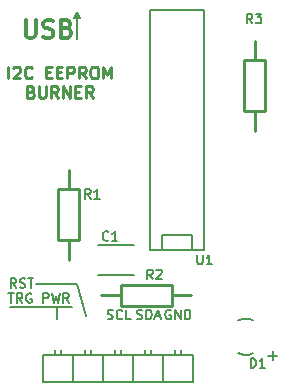
<source format=gto>
G04 #@! TF.FileFunction,Legend,Top*
%FSLAX46Y46*%
G04 Gerber Fmt 4.6, Leading zero omitted, Abs format (unit mm)*
G04 Created by KiCad (PCBNEW (2015-08-16 BZR 6096)-product) date 16/08/2015 20:52:47*
%MOMM*%
G01*
G04 APERTURE LIST*
%ADD10C,0.200000*%
%ADD11C,0.250000*%
%ADD12C,0.300000*%
%ADD13C,0.150000*%
%ADD14C,0.254000*%
%ADD15C,0.203200*%
G04 APERTURE END LIST*
D10*
X173500000Y-133000000D02*
X173500000Y-134000000D01*
X169500000Y-133000000D02*
X174750000Y-133000000D01*
X175250000Y-131000000D02*
X171750000Y-131000000D01*
X176000000Y-133750000D02*
X175250000Y-131000000D01*
D11*
X169392857Y-113627381D02*
X169392857Y-112627381D01*
X169821428Y-112722619D02*
X169869047Y-112675000D01*
X169964285Y-112627381D01*
X170202381Y-112627381D01*
X170297619Y-112675000D01*
X170345238Y-112722619D01*
X170392857Y-112817857D01*
X170392857Y-112913095D01*
X170345238Y-113055952D01*
X169773809Y-113627381D01*
X170392857Y-113627381D01*
X171392857Y-113532143D02*
X171345238Y-113579762D01*
X171202381Y-113627381D01*
X171107143Y-113627381D01*
X170964285Y-113579762D01*
X170869047Y-113484524D01*
X170821428Y-113389286D01*
X170773809Y-113198810D01*
X170773809Y-113055952D01*
X170821428Y-112865476D01*
X170869047Y-112770238D01*
X170964285Y-112675000D01*
X171107143Y-112627381D01*
X171202381Y-112627381D01*
X171345238Y-112675000D01*
X171392857Y-112722619D01*
X172583333Y-113103571D02*
X172916667Y-113103571D01*
X173059524Y-113627381D02*
X172583333Y-113627381D01*
X172583333Y-112627381D01*
X173059524Y-112627381D01*
X173488095Y-113103571D02*
X173821429Y-113103571D01*
X173964286Y-113627381D02*
X173488095Y-113627381D01*
X173488095Y-112627381D01*
X173964286Y-112627381D01*
X174392857Y-113627381D02*
X174392857Y-112627381D01*
X174773810Y-112627381D01*
X174869048Y-112675000D01*
X174916667Y-112722619D01*
X174964286Y-112817857D01*
X174964286Y-112960714D01*
X174916667Y-113055952D01*
X174869048Y-113103571D01*
X174773810Y-113151190D01*
X174392857Y-113151190D01*
X175964286Y-113627381D02*
X175630952Y-113151190D01*
X175392857Y-113627381D02*
X175392857Y-112627381D01*
X175773810Y-112627381D01*
X175869048Y-112675000D01*
X175916667Y-112722619D01*
X175964286Y-112817857D01*
X175964286Y-112960714D01*
X175916667Y-113055952D01*
X175869048Y-113103571D01*
X175773810Y-113151190D01*
X175392857Y-113151190D01*
X176583333Y-112627381D02*
X176773810Y-112627381D01*
X176869048Y-112675000D01*
X176964286Y-112770238D01*
X177011905Y-112960714D01*
X177011905Y-113294048D01*
X176964286Y-113484524D01*
X176869048Y-113579762D01*
X176773810Y-113627381D01*
X176583333Y-113627381D01*
X176488095Y-113579762D01*
X176392857Y-113484524D01*
X176345238Y-113294048D01*
X176345238Y-112960714D01*
X176392857Y-112770238D01*
X176488095Y-112675000D01*
X176583333Y-112627381D01*
X177440476Y-113627381D02*
X177440476Y-112627381D01*
X177773810Y-113341667D01*
X178107143Y-112627381D01*
X178107143Y-113627381D01*
X171321429Y-114753571D02*
X171464286Y-114801190D01*
X171511905Y-114848810D01*
X171559524Y-114944048D01*
X171559524Y-115086905D01*
X171511905Y-115182143D01*
X171464286Y-115229762D01*
X171369048Y-115277381D01*
X170988095Y-115277381D01*
X170988095Y-114277381D01*
X171321429Y-114277381D01*
X171416667Y-114325000D01*
X171464286Y-114372619D01*
X171511905Y-114467857D01*
X171511905Y-114563095D01*
X171464286Y-114658333D01*
X171416667Y-114705952D01*
X171321429Y-114753571D01*
X170988095Y-114753571D01*
X171988095Y-114277381D02*
X171988095Y-115086905D01*
X172035714Y-115182143D01*
X172083333Y-115229762D01*
X172178571Y-115277381D01*
X172369048Y-115277381D01*
X172464286Y-115229762D01*
X172511905Y-115182143D01*
X172559524Y-115086905D01*
X172559524Y-114277381D01*
X173607143Y-115277381D02*
X173273809Y-114801190D01*
X173035714Y-115277381D02*
X173035714Y-114277381D01*
X173416667Y-114277381D01*
X173511905Y-114325000D01*
X173559524Y-114372619D01*
X173607143Y-114467857D01*
X173607143Y-114610714D01*
X173559524Y-114705952D01*
X173511905Y-114753571D01*
X173416667Y-114801190D01*
X173035714Y-114801190D01*
X174035714Y-115277381D02*
X174035714Y-114277381D01*
X174607143Y-115277381D01*
X174607143Y-114277381D01*
X175083333Y-114753571D02*
X175416667Y-114753571D01*
X175559524Y-115277381D02*
X175083333Y-115277381D01*
X175083333Y-114277381D01*
X175559524Y-114277381D01*
X176559524Y-115277381D02*
X176226190Y-114801190D01*
X175988095Y-115277381D02*
X175988095Y-114277381D01*
X176369048Y-114277381D01*
X176464286Y-114325000D01*
X176511905Y-114372619D01*
X176559524Y-114467857D01*
X176559524Y-114610714D01*
X176511905Y-114705952D01*
X176464286Y-114753571D01*
X176369048Y-114801190D01*
X175988095Y-114801190D01*
D10*
X170061905Y-131361905D02*
X169795238Y-130980952D01*
X169604762Y-131361905D02*
X169604762Y-130561905D01*
X169909524Y-130561905D01*
X169985715Y-130600000D01*
X170023810Y-130638095D01*
X170061905Y-130714286D01*
X170061905Y-130828571D01*
X170023810Y-130904762D01*
X169985715Y-130942857D01*
X169909524Y-130980952D01*
X169604762Y-130980952D01*
X170366667Y-131323810D02*
X170480953Y-131361905D01*
X170671429Y-131361905D01*
X170747619Y-131323810D01*
X170785715Y-131285714D01*
X170823810Y-131209524D01*
X170823810Y-131133333D01*
X170785715Y-131057143D01*
X170747619Y-131019048D01*
X170671429Y-130980952D01*
X170519048Y-130942857D01*
X170442857Y-130904762D01*
X170404762Y-130866667D01*
X170366667Y-130790476D01*
X170366667Y-130714286D01*
X170404762Y-130638095D01*
X170442857Y-130600000D01*
X170519048Y-130561905D01*
X170709524Y-130561905D01*
X170823810Y-130600000D01*
X171052381Y-130561905D02*
X171509524Y-130561905D01*
X171280953Y-131361905D02*
X171280953Y-130561905D01*
X177797619Y-133973810D02*
X177911905Y-134011905D01*
X178102381Y-134011905D01*
X178178571Y-133973810D01*
X178216667Y-133935714D01*
X178254762Y-133859524D01*
X178254762Y-133783333D01*
X178216667Y-133707143D01*
X178178571Y-133669048D01*
X178102381Y-133630952D01*
X177950000Y-133592857D01*
X177873809Y-133554762D01*
X177835714Y-133516667D01*
X177797619Y-133440476D01*
X177797619Y-133364286D01*
X177835714Y-133288095D01*
X177873809Y-133250000D01*
X177950000Y-133211905D01*
X178140476Y-133211905D01*
X178254762Y-133250000D01*
X179054762Y-133935714D02*
X179016667Y-133973810D01*
X178902381Y-134011905D01*
X178826191Y-134011905D01*
X178711905Y-133973810D01*
X178635714Y-133897619D01*
X178597619Y-133821429D01*
X178559524Y-133669048D01*
X178559524Y-133554762D01*
X178597619Y-133402381D01*
X178635714Y-133326190D01*
X178711905Y-133250000D01*
X178826191Y-133211905D01*
X178902381Y-133211905D01*
X179016667Y-133250000D01*
X179054762Y-133288095D01*
X179778572Y-134011905D02*
X179397619Y-134011905D01*
X179397619Y-133211905D01*
X180278572Y-133973810D02*
X180392858Y-134011905D01*
X180583334Y-134011905D01*
X180659524Y-133973810D01*
X180697620Y-133935714D01*
X180735715Y-133859524D01*
X180735715Y-133783333D01*
X180697620Y-133707143D01*
X180659524Y-133669048D01*
X180583334Y-133630952D01*
X180430953Y-133592857D01*
X180354762Y-133554762D01*
X180316667Y-133516667D01*
X180278572Y-133440476D01*
X180278572Y-133364286D01*
X180316667Y-133288095D01*
X180354762Y-133250000D01*
X180430953Y-133211905D01*
X180621429Y-133211905D01*
X180735715Y-133250000D01*
X181078572Y-134011905D02*
X181078572Y-133211905D01*
X181269048Y-133211905D01*
X181383334Y-133250000D01*
X181459525Y-133326190D01*
X181497620Y-133402381D01*
X181535715Y-133554762D01*
X181535715Y-133669048D01*
X181497620Y-133821429D01*
X181459525Y-133897619D01*
X181383334Y-133973810D01*
X181269048Y-134011905D01*
X181078572Y-134011905D01*
X181840477Y-133783333D02*
X182221429Y-133783333D01*
X181764286Y-134011905D02*
X182030953Y-133211905D01*
X182297620Y-134011905D01*
X169409523Y-131811905D02*
X169866666Y-131811905D01*
X169638095Y-132611905D02*
X169638095Y-131811905D01*
X170590476Y-132611905D02*
X170323809Y-132230952D01*
X170133333Y-132611905D02*
X170133333Y-131811905D01*
X170438095Y-131811905D01*
X170514286Y-131850000D01*
X170552381Y-131888095D01*
X170590476Y-131964286D01*
X170590476Y-132078571D01*
X170552381Y-132154762D01*
X170514286Y-132192857D01*
X170438095Y-132230952D01*
X170133333Y-132230952D01*
X171352381Y-131850000D02*
X171276190Y-131811905D01*
X171161905Y-131811905D01*
X171047619Y-131850000D01*
X170971428Y-131926190D01*
X170933333Y-132002381D01*
X170895238Y-132154762D01*
X170895238Y-132269048D01*
X170933333Y-132421429D01*
X170971428Y-132497619D01*
X171047619Y-132573810D01*
X171161905Y-132611905D01*
X171238095Y-132611905D01*
X171352381Y-132573810D01*
X171390476Y-132535714D01*
X171390476Y-132269048D01*
X171238095Y-132269048D01*
X172342857Y-132611905D02*
X172342857Y-131811905D01*
X172647619Y-131811905D01*
X172723810Y-131850000D01*
X172761905Y-131888095D01*
X172800000Y-131964286D01*
X172800000Y-132078571D01*
X172761905Y-132154762D01*
X172723810Y-132192857D01*
X172647619Y-132230952D01*
X172342857Y-132230952D01*
X173066667Y-131811905D02*
X173257143Y-132611905D01*
X173409524Y-132040476D01*
X173561905Y-132611905D01*
X173752381Y-131811905D01*
X174514286Y-132611905D02*
X174247619Y-132230952D01*
X174057143Y-132611905D02*
X174057143Y-131811905D01*
X174361905Y-131811905D01*
X174438096Y-131850000D01*
X174476191Y-131888095D01*
X174514286Y-131964286D01*
X174514286Y-132078571D01*
X174476191Y-132154762D01*
X174438096Y-132192857D01*
X174361905Y-132230952D01*
X174057143Y-132230952D01*
X183140477Y-133250000D02*
X183064286Y-133211905D01*
X182950001Y-133211905D01*
X182835715Y-133250000D01*
X182759524Y-133326190D01*
X182721429Y-133402381D01*
X182683334Y-133554762D01*
X182683334Y-133669048D01*
X182721429Y-133821429D01*
X182759524Y-133897619D01*
X182835715Y-133973810D01*
X182950001Y-134011905D01*
X183026191Y-134011905D01*
X183140477Y-133973810D01*
X183178572Y-133935714D01*
X183178572Y-133669048D01*
X183026191Y-133669048D01*
X183521429Y-134011905D02*
X183521429Y-133211905D01*
X183978572Y-134011905D01*
X183978572Y-133211905D01*
X184359524Y-134011905D02*
X184359524Y-133211905D01*
X184550000Y-133211905D01*
X184664286Y-133250000D01*
X184740477Y-133326190D01*
X184778572Y-133402381D01*
X184816667Y-133554762D01*
X184816667Y-133669048D01*
X184778572Y-133821429D01*
X184740477Y-133897619D01*
X184664286Y-133973810D01*
X184550000Y-134011905D01*
X184359524Y-134011905D01*
D12*
X170857143Y-108678571D02*
X170857143Y-109892857D01*
X170928571Y-110035714D01*
X171000000Y-110107143D01*
X171142857Y-110178571D01*
X171428571Y-110178571D01*
X171571429Y-110107143D01*
X171642857Y-110035714D01*
X171714286Y-109892857D01*
X171714286Y-108678571D01*
X172357143Y-110107143D02*
X172571429Y-110178571D01*
X172928572Y-110178571D01*
X173071429Y-110107143D01*
X173142858Y-110035714D01*
X173214286Y-109892857D01*
X173214286Y-109750000D01*
X173142858Y-109607143D01*
X173071429Y-109535714D01*
X172928572Y-109464286D01*
X172642858Y-109392857D01*
X172500000Y-109321429D01*
X172428572Y-109250000D01*
X172357143Y-109107143D01*
X172357143Y-108964286D01*
X172428572Y-108821429D01*
X172500000Y-108750000D01*
X172642858Y-108678571D01*
X173000000Y-108678571D01*
X173214286Y-108750000D01*
X174357143Y-109392857D02*
X174571429Y-109464286D01*
X174642857Y-109535714D01*
X174714286Y-109678571D01*
X174714286Y-109892857D01*
X174642857Y-110035714D01*
X174571429Y-110107143D01*
X174428571Y-110178571D01*
X173857143Y-110178571D01*
X173857143Y-108678571D01*
X174357143Y-108678571D01*
X174500000Y-108750000D01*
X174571429Y-108821429D01*
X174642857Y-108964286D01*
X174642857Y-109107143D01*
X174571429Y-109250000D01*
X174500000Y-109321429D01*
X174357143Y-109392857D01*
X173857143Y-109392857D01*
D10*
X175500000Y-108500000D02*
X175250000Y-108000000D01*
X175000000Y-108500000D02*
X175500000Y-108500000D01*
X175250000Y-108000000D02*
X175000000Y-108500000D01*
X175250000Y-110250000D02*
X175250000Y-108000000D01*
D13*
X172360000Y-139310000D02*
X185060000Y-139310000D01*
X184044000Y-137024000D02*
X184044000Y-136643000D01*
X183536000Y-137024000D02*
X183536000Y-136643000D01*
X181504000Y-137024000D02*
X181504000Y-136643000D01*
X180996000Y-137024000D02*
X180996000Y-136643000D01*
X178964000Y-137024000D02*
X178964000Y-136643000D01*
X178456000Y-137024000D02*
X178456000Y-136643000D01*
X176424000Y-137024000D02*
X176424000Y-136643000D01*
X175916000Y-137024000D02*
X175916000Y-136643000D01*
X173376000Y-137024000D02*
X173376000Y-136643000D01*
X173884000Y-137024000D02*
X173884000Y-136643000D01*
X182520000Y-137024000D02*
X182520000Y-139310000D01*
X185060000Y-137024000D02*
X182520000Y-137024000D01*
X185060000Y-137024000D02*
X185060000Y-139310000D01*
X179980000Y-137024000D02*
X179980000Y-139310000D01*
X179980000Y-137024000D02*
X177440000Y-137024000D01*
X182520000Y-137024000D02*
X179980000Y-137024000D01*
X174900000Y-137024000D02*
X174900000Y-139310000D01*
X174900000Y-137024000D02*
X172360000Y-137024000D01*
X172360000Y-137024000D02*
X172360000Y-139310000D01*
X177440000Y-137024000D02*
X174900000Y-137024000D01*
X177440000Y-137024000D02*
X177440000Y-139310000D01*
D10*
X185997746Y-107856521D02*
X185997746Y-128176521D01*
X181425746Y-128176521D02*
X181425746Y-107856521D01*
X185997746Y-128176521D02*
X181425746Y-128176521D01*
D13*
X182441746Y-128176521D02*
X182441746Y-126906521D01*
X182441746Y-126906521D02*
X184981746Y-126906521D01*
X184981746Y-126906521D02*
X184981746Y-128176521D01*
D10*
X181425746Y-107856521D02*
X185997746Y-107856521D01*
D13*
X190135000Y-134103000D02*
X189754000Y-133976000D01*
X189754000Y-133976000D02*
X189373000Y-133976000D01*
X189373000Y-133976000D02*
X188865000Y-134103000D01*
X190135000Y-136897000D02*
X189754000Y-137024000D01*
X189754000Y-137024000D02*
X189373000Y-137024000D01*
X189373000Y-137024000D02*
X188865000Y-136897000D01*
X177000000Y-127750000D02*
X180000000Y-127750000D01*
X180000000Y-130250000D02*
X177000000Y-130250000D01*
D14*
X174500000Y-127349000D02*
X174500000Y-129000000D01*
X174500000Y-123031000D02*
X174500000Y-121380000D01*
X175389000Y-123031000D02*
X173611000Y-123031000D01*
X173611000Y-123031000D02*
X173611000Y-127349000D01*
X173611000Y-127349000D02*
X175389000Y-127349000D01*
X175389000Y-127349000D02*
X175389000Y-123031000D01*
X183219000Y-132000000D02*
X184870000Y-132000000D01*
X178901000Y-132000000D02*
X177250000Y-132000000D01*
X178901000Y-131111000D02*
X178901000Y-132889000D01*
X178901000Y-132889000D02*
X183219000Y-132889000D01*
X183219000Y-132889000D02*
X183219000Y-131111000D01*
X183219000Y-131111000D02*
X178901000Y-131111000D01*
X190250000Y-112091000D02*
X190250000Y-110440000D01*
X190250000Y-116409000D02*
X190250000Y-118060000D01*
X189361000Y-116409000D02*
X191139000Y-116409000D01*
X191139000Y-116409000D02*
X191139000Y-112091000D01*
X191139000Y-112091000D02*
X189361000Y-112091000D01*
X189361000Y-112091000D02*
X189361000Y-116409000D01*
D10*
X185390476Y-128561905D02*
X185390476Y-129209524D01*
X185428571Y-129285714D01*
X185466667Y-129323810D01*
X185542857Y-129361905D01*
X185695238Y-129361905D01*
X185771429Y-129323810D01*
X185809524Y-129285714D01*
X185847619Y-129209524D01*
X185847619Y-128561905D01*
X186647619Y-129361905D02*
X186190476Y-129361905D01*
X186419047Y-129361905D02*
X186419047Y-128561905D01*
X186342857Y-128676190D01*
X186266666Y-128752381D01*
X186190476Y-128790476D01*
X189909524Y-138111905D02*
X189909524Y-137311905D01*
X190100000Y-137311905D01*
X190214286Y-137350000D01*
X190290477Y-137426190D01*
X190328572Y-137502381D01*
X190366667Y-137654762D01*
X190366667Y-137769048D01*
X190328572Y-137921429D01*
X190290477Y-137997619D01*
X190214286Y-138073810D01*
X190100000Y-138111905D01*
X189909524Y-138111905D01*
X191128572Y-138111905D02*
X190671429Y-138111905D01*
X190900000Y-138111905D02*
X190900000Y-137311905D01*
X190823810Y-137426190D01*
X190747619Y-137502381D01*
X190671429Y-137540476D01*
D13*
X191405048Y-137095429D02*
X192166953Y-137095429D01*
X191786001Y-137476381D02*
X191786001Y-136714476D01*
D10*
X177866667Y-127285714D02*
X177828572Y-127323810D01*
X177714286Y-127361905D01*
X177638096Y-127361905D01*
X177523810Y-127323810D01*
X177447619Y-127247619D01*
X177409524Y-127171429D01*
X177371429Y-127019048D01*
X177371429Y-126904762D01*
X177409524Y-126752381D01*
X177447619Y-126676190D01*
X177523810Y-126600000D01*
X177638096Y-126561905D01*
X177714286Y-126561905D01*
X177828572Y-126600000D01*
X177866667Y-126638095D01*
X178628572Y-127361905D02*
X178171429Y-127361905D01*
X178400000Y-127361905D02*
X178400000Y-126561905D01*
X178323810Y-126676190D01*
X178247619Y-126752381D01*
X178171429Y-126790476D01*
X176366667Y-123801905D02*
X176100000Y-123420952D01*
X175909524Y-123801905D02*
X175909524Y-123001905D01*
X176214286Y-123001905D01*
X176290477Y-123040000D01*
X176328572Y-123078095D01*
X176366667Y-123154286D01*
X176366667Y-123268571D01*
X176328572Y-123344762D01*
X176290477Y-123382857D01*
X176214286Y-123420952D01*
X175909524Y-123420952D01*
X177128572Y-123801905D02*
X176671429Y-123801905D01*
X176900000Y-123801905D02*
X176900000Y-123001905D01*
X176823810Y-123116190D01*
X176747619Y-123192381D01*
X176671429Y-123230476D01*
D15*
D10*
X181616667Y-130611905D02*
X181350000Y-130230952D01*
X181159524Y-130611905D02*
X181159524Y-129811905D01*
X181464286Y-129811905D01*
X181540477Y-129850000D01*
X181578572Y-129888095D01*
X181616667Y-129964286D01*
X181616667Y-130078571D01*
X181578572Y-130154762D01*
X181540477Y-130192857D01*
X181464286Y-130230952D01*
X181159524Y-130230952D01*
X181921429Y-129888095D02*
X181959524Y-129850000D01*
X182035715Y-129811905D01*
X182226191Y-129811905D01*
X182302381Y-129850000D01*
X182340477Y-129888095D01*
X182378572Y-129964286D01*
X182378572Y-130040476D01*
X182340477Y-130154762D01*
X181883334Y-130611905D01*
X182378572Y-130611905D01*
D15*
D10*
X190066667Y-108961905D02*
X189800000Y-108580952D01*
X189609524Y-108961905D02*
X189609524Y-108161905D01*
X189914286Y-108161905D01*
X189990477Y-108200000D01*
X190028572Y-108238095D01*
X190066667Y-108314286D01*
X190066667Y-108428571D01*
X190028572Y-108504762D01*
X189990477Y-108542857D01*
X189914286Y-108580952D01*
X189609524Y-108580952D01*
X190333334Y-108161905D02*
X190828572Y-108161905D01*
X190561905Y-108466667D01*
X190676191Y-108466667D01*
X190752381Y-108504762D01*
X190790477Y-108542857D01*
X190828572Y-108619048D01*
X190828572Y-108809524D01*
X190790477Y-108885714D01*
X190752381Y-108923810D01*
X190676191Y-108961905D01*
X190447619Y-108961905D01*
X190371429Y-108923810D01*
X190333334Y-108885714D01*
D15*
M02*

</source>
